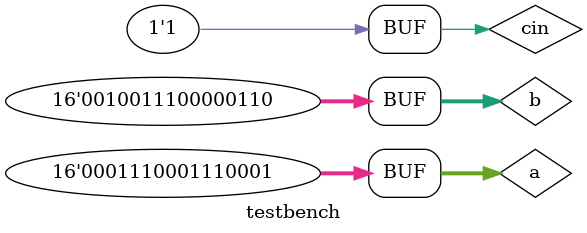
<source format=v>
`timescale 1ns/1ns
module testbench;

	reg [15:0] a,b;
	reg cin;

	wire [15:0] sum;
	wire cout;

	bit_carry_adder BCA (a,b,cin,cout,sum);

	initial begin

		//As a result of the simulation, verilog seems to be calculated based on 2's complement.
		//I will attach the binary version wave and the decimal version wave together.
		
		/*In the 16-bit calculation, the range of representation 
		of the complement of 2 is -37268 to 37268.*/

		//a(=21845) + b(=-21846) + c(=0)= -1 , cout(=c16)=0
		a=16'b0101010101010101;b=16'b1010101010101010;cin=0;#50; 
	
		//a(=-2) + b(=6) + c(=0)= 4 , cout(=c16)=1
		a=16'b1111111111111110;b=16'b0000000000000110;cin=0;#50;

		//a(=2751) + b(=-26923) + c(=1)= -24171 , cout(=c16)=0
		a=16'b0000101010111111;b=16'b1001011011010101;cin=1;#50; 

		//a(=-32317) + b(=-24580) + c(=0)= 8639 , cout(=c16)=1  "overhead"
		a=16'b1000000111000011;b=16'b1001111111111100;cin=0;#50;

		//a(=255) + b(=-256) + c(=1)= 0 , cout(=c16)=1
		a=16'b0000000011111111;b=16'b1111111100000000;cin=1;#50;

		//a(=7281) + b(=9990) + c(=1)= 17272 , cout(=c16)=0
		a=16'b0001110001110001;b=16'b0010011100000110;cin=1;#50;
		

	
			

	end
	
	

endmodule

</source>
